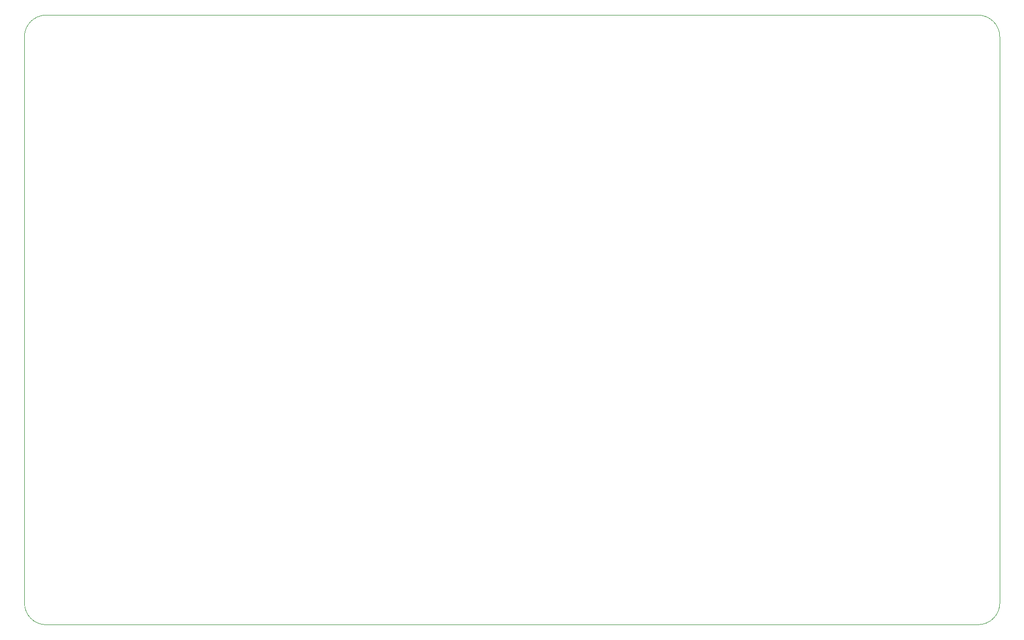
<source format=gm1>
G04 #@! TF.GenerationSoftware,KiCad,Pcbnew,(5.1.10)-1*
G04 #@! TF.CreationDate,2021-10-19T19:54:44+02:00*
G04 #@! TF.ProjectId,6502-cent1,36353032-2d63-4656-9e74-312e6b696361,rev?*
G04 #@! TF.SameCoordinates,Original*
G04 #@! TF.FileFunction,Profile,NP*
%FSLAX46Y46*%
G04 Gerber Fmt 4.6, Leading zero omitted, Abs format (unit mm)*
G04 Created by KiCad (PCBNEW (5.1.10)-1) date 2021-10-19 19:54:44*
%MOMM*%
%LPD*%
G01*
G04 APERTURE LIST*
G04 #@! TA.AperFunction,Profile*
%ADD10C,0.001000*%
G04 #@! TD*
G04 APERTURE END LIST*
D10*
X23560000Y-19990000D02*
X176420000Y-19990000D01*
X20000000Y-116430000D02*
X19990000Y-23560000D01*
X176430000Y-119990000D02*
X23570000Y-120000000D01*
X179990000Y-23560000D02*
X180000000Y-116420000D01*
X180000000Y-116420000D02*
G75*
G02*
X176430000Y-119990000I-3570000J0D01*
G01*
X23570000Y-120000000D02*
G75*
G02*
X20000000Y-116430000I0J3570000D01*
G01*
X19990000Y-23560000D02*
G75*
G02*
X23560000Y-19990000I3570000J0D01*
G01*
X176420000Y-19990000D02*
G75*
G02*
X179990000Y-23560000I0J-3570000D01*
G01*
M02*

</source>
